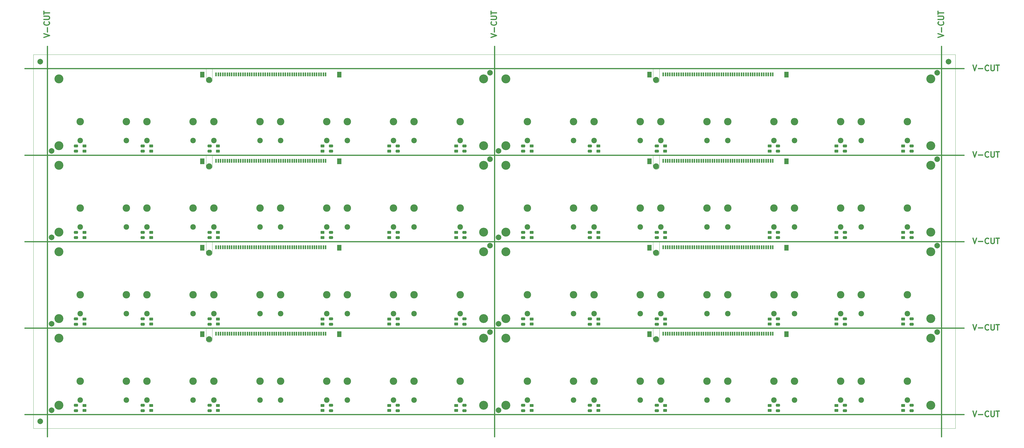
<source format=gbr>
%TF.GenerationSoftware,KiCad,Pcbnew,(7.0.0)*%
%TF.CreationDate,2023-07-14T11:16:40+02:00*%
%TF.ProjectId,Panelization,50616e65-6c69-47a6-9174-696f6e2e6b69,V1*%
%TF.SameCoordinates,Original*%
%TF.FileFunction,Soldermask,Bot*%
%TF.FilePolarity,Negative*%
%FSLAX46Y46*%
G04 Gerber Fmt 4.6, Leading zero omitted, Abs format (unit mm)*
G04 Created by KiCad (PCBNEW (7.0.0)) date 2023-07-14 11:16:40*
%MOMM*%
%LPD*%
G01*
G04 APERTURE LIST*
G04 Aperture macros list*
%AMRoundRect*
0 Rectangle with rounded corners*
0 $1 Rounding radius*
0 $2 $3 $4 $5 $6 $7 $8 $9 X,Y pos of 4 corners*
0 Add a 4 corners polygon primitive as box body*
4,1,4,$2,$3,$4,$5,$6,$7,$8,$9,$2,$3,0*
0 Add four circle primitives for the rounded corners*
1,1,$1+$1,$2,$3*
1,1,$1+$1,$4,$5*
1,1,$1+$1,$6,$7*
1,1,$1+$1,$8,$9*
0 Add four rect primitives between the rounded corners*
20,1,$1+$1,$2,$3,$4,$5,0*
20,1,$1+$1,$4,$5,$6,$7,0*
20,1,$1+$1,$6,$7,$8,$9,0*
20,1,$1+$1,$8,$9,$2,$3,0*%
G04 Aperture macros list end*
%ADD10RoundRect,0.250000X-0.475000X0.250000X-0.475000X-0.250000X0.475000X-0.250000X0.475000X0.250000X0*%
%ADD11C,2.000000*%
%ADD12RoundRect,0.250000X-0.450000X0.262500X-0.450000X-0.262500X0.450000X-0.262500X0.450000X0.262500X0*%
%ADD13C,3.200000*%
%ADD14C,0.001000*%
%ADD15C,2.660000*%
%ADD16C,1.982000*%
%ADD17C,2.100000*%
%ADD18R,0.500000X1.480000*%
%ADD19R,1.500000X2.000000*%
%ADD20C,0.400000*%
%TA.AperFunction,Profile*%
%ADD21C,0.100000*%
%TD*%
%TA.AperFunction,Profile*%
%ADD22C,0.400000*%
%TD*%
G04 APERTURE END LIST*
D10*
%TO.C,C10*%
X311484000Y-208720000D03*
X311484000Y-210620000D03*
%TD*%
%TO.C,C10*%
X151484000Y-208720000D03*
X151484000Y-210620000D03*
%TD*%
%TO.C,C10*%
X311484000Y-177720000D03*
X311484000Y-179620000D03*
%TD*%
%TO.C,C10*%
X311484000Y-146720000D03*
X311484000Y-148620000D03*
%TD*%
%TO.C,C10*%
X151484000Y-177720000D03*
X151484000Y-179620000D03*
%TD*%
%TO.C,C10*%
X151484000Y-146720000D03*
X151484000Y-148620000D03*
%TD*%
%TO.C,C10*%
X151484000Y-115720000D03*
X151484000Y-117620000D03*
%TD*%
%TO.C,C10*%
X311484000Y-115720000D03*
X311484000Y-117620000D03*
%TD*%
%TO.C,C11*%
X175382000Y-208720000D03*
X175382000Y-210620000D03*
%TD*%
%TO.C,C11*%
X335382000Y-146720000D03*
X335382000Y-148620000D03*
%TD*%
%TO.C,C11*%
X335382000Y-177720000D03*
X335382000Y-179620000D03*
%TD*%
%TO.C,C11*%
X175382000Y-146720000D03*
X175382000Y-148620000D03*
%TD*%
%TO.C,C11*%
X175382000Y-115720000D03*
X175382000Y-117620000D03*
%TD*%
%TO.C,C11*%
X335382000Y-208720000D03*
X335382000Y-210620000D03*
%TD*%
%TO.C,C11*%
X175382000Y-177720000D03*
X175382000Y-179620000D03*
%TD*%
%TO.C,C11*%
X335382000Y-115720000D03*
X335382000Y-117620000D03*
%TD*%
D11*
%TO.C,REF\u002A\u002A*%
X47500000Y-85500000D03*
%TD*%
D12*
%TO.C,R5*%
X332382000Y-208757500D03*
X332382000Y-210582500D03*
%TD*%
%TO.C,R5*%
X332382000Y-146757500D03*
X332382000Y-148582500D03*
%TD*%
%TO.C,R5*%
X172382000Y-208757500D03*
X172382000Y-210582500D03*
%TD*%
%TO.C,R5*%
X172382000Y-177757500D03*
X172382000Y-179582500D03*
%TD*%
%TO.C,R5*%
X332382000Y-177757500D03*
X332382000Y-179582500D03*
%TD*%
%TO.C,R5*%
X332382000Y-115757500D03*
X332382000Y-117582500D03*
%TD*%
%TO.C,R5*%
X172382000Y-115757500D03*
X172382000Y-117582500D03*
%TD*%
%TO.C,R5*%
X172382000Y-146757500D03*
X172382000Y-148582500D03*
%TD*%
D10*
%TO.C,C9*%
X268086000Y-146720000D03*
X268086000Y-148620000D03*
%TD*%
%TO.C,C9*%
X268086000Y-177720000D03*
X268086000Y-179620000D03*
%TD*%
%TO.C,C9*%
X268086000Y-208720000D03*
X268086000Y-210620000D03*
%TD*%
%TO.C,C9*%
X108086000Y-177720000D03*
X108086000Y-179620000D03*
%TD*%
%TO.C,C9*%
X268086000Y-115720000D03*
X268086000Y-117620000D03*
%TD*%
%TO.C,C9*%
X108086000Y-208720000D03*
X108086000Y-210620000D03*
%TD*%
%TO.C,C9*%
X108086000Y-146720000D03*
X108086000Y-148620000D03*
%TD*%
%TO.C,C9*%
X108086000Y-115720000D03*
X108086000Y-117620000D03*
%TD*%
%TO.C,C7*%
X220290000Y-146720000D03*
X220290000Y-148620000D03*
%TD*%
%TO.C,C7*%
X220290000Y-208720000D03*
X220290000Y-210620000D03*
%TD*%
%TO.C,C7*%
X220290000Y-177720000D03*
X220290000Y-179620000D03*
%TD*%
%TO.C,C7*%
X60290000Y-177720000D03*
X60290000Y-179620000D03*
%TD*%
%TO.C,C7*%
X60290000Y-115720000D03*
X60290000Y-117620000D03*
%TD*%
%TO.C,C7*%
X60290000Y-208720000D03*
X60290000Y-210620000D03*
%TD*%
%TO.C,C7*%
X220290000Y-115720000D03*
X220290000Y-117620000D03*
%TD*%
%TO.C,C7*%
X60290000Y-146720000D03*
X60290000Y-148620000D03*
%TD*%
%TO.C,C8*%
X244127000Y-208720000D03*
X244127000Y-210620000D03*
%TD*%
%TO.C,C8*%
X84127000Y-177720000D03*
X84127000Y-179620000D03*
%TD*%
%TO.C,C8*%
X84127000Y-208720000D03*
X84127000Y-210620000D03*
%TD*%
%TO.C,C8*%
X84127000Y-146720000D03*
X84127000Y-148620000D03*
%TD*%
%TO.C,C8*%
X244127000Y-177720000D03*
X244127000Y-179620000D03*
%TD*%
%TO.C,C8*%
X244127000Y-115720000D03*
X244127000Y-117620000D03*
%TD*%
%TO.C,C8*%
X244127000Y-146720000D03*
X244127000Y-148620000D03*
%TD*%
%TO.C,C8*%
X84127000Y-115720000D03*
X84127000Y-117620000D03*
%TD*%
D12*
%TO.C,R1*%
X63290000Y-208757500D03*
X63290000Y-210582500D03*
%TD*%
%TO.C,R1*%
X63290000Y-115757500D03*
X63290000Y-117582500D03*
%TD*%
%TO.C,R1*%
X223290000Y-208757500D03*
X223290000Y-210582500D03*
%TD*%
%TO.C,R1*%
X223290000Y-177757500D03*
X223290000Y-179582500D03*
%TD*%
%TO.C,R1*%
X63290000Y-177757500D03*
X63290000Y-179582500D03*
%TD*%
%TO.C,R1*%
X223290000Y-115757500D03*
X223290000Y-117582500D03*
%TD*%
%TO.C,R1*%
X63290000Y-146757500D03*
X63290000Y-148582500D03*
%TD*%
%TO.C,R1*%
X223290000Y-146757500D03*
X223290000Y-148582500D03*
%TD*%
%TO.C,R2*%
X247186000Y-208757500D03*
X247186000Y-210582500D03*
%TD*%
%TO.C,R2*%
X247186000Y-115757500D03*
X247186000Y-117582500D03*
%TD*%
%TO.C,R2*%
X87186000Y-146757500D03*
X87186000Y-148582500D03*
%TD*%
%TO.C,R2*%
X87186000Y-208757500D03*
X87186000Y-210582500D03*
%TD*%
%TO.C,R2*%
X247186000Y-177757500D03*
X247186000Y-179582500D03*
%TD*%
%TO.C,R2*%
X87186000Y-177757500D03*
X87186000Y-179582500D03*
%TD*%
%TO.C,R2*%
X87186000Y-115757500D03*
X87186000Y-117582500D03*
%TD*%
%TO.C,R2*%
X247186000Y-146757500D03*
X247186000Y-148582500D03*
%TD*%
D11*
%TO.C,REF_Bottom*%
X211489000Y-210481000D03*
%TD*%
%TO.C,REF_Bottom*%
X211489000Y-117481000D03*
%TD*%
%TO.C,REF_Bottom*%
X51489000Y-210481000D03*
%TD*%
%TO.C,REF_Bottom*%
X211489000Y-179481000D03*
%TD*%
%TO.C,REF_Bottom*%
X211489000Y-148481000D03*
%TD*%
%TO.C,REF_Bottom*%
X51489000Y-179481000D03*
%TD*%
%TO.C,REF_Bottom*%
X51489000Y-117481000D03*
%TD*%
%TO.C,REF_Bottom*%
X51489000Y-148481000D03*
%TD*%
%TO.C,REF\u002A\u002A*%
X372500000Y-85500000D03*
%TD*%
D12*
%TO.C,R4*%
X308484000Y-146757500D03*
X308484000Y-148582500D03*
%TD*%
%TO.C,R4*%
X148484000Y-115757500D03*
X148484000Y-117582500D03*
%TD*%
%TO.C,R4*%
X148484000Y-177757500D03*
X148484000Y-179582500D03*
%TD*%
%TO.C,R4*%
X308484000Y-208757500D03*
X308484000Y-210582500D03*
%TD*%
%TO.C,R4*%
X148484000Y-208757500D03*
X148484000Y-210582500D03*
%TD*%
%TO.C,R4*%
X308484000Y-115757500D03*
X308484000Y-117582500D03*
%TD*%
%TO.C,R4*%
X148484000Y-146757500D03*
X148484000Y-148582500D03*
%TD*%
%TO.C,R4*%
X308484000Y-177757500D03*
X308484000Y-179582500D03*
%TD*%
%TO.C,R6*%
X356280000Y-208757500D03*
X356280000Y-210582500D03*
%TD*%
%TO.C,R6*%
X196280000Y-177757500D03*
X196280000Y-179582500D03*
%TD*%
%TO.C,R6*%
X196280000Y-115757500D03*
X196280000Y-117582500D03*
%TD*%
%TO.C,R6*%
X356280000Y-177757500D03*
X356280000Y-179582500D03*
%TD*%
%TO.C,R6*%
X356280000Y-115757500D03*
X356280000Y-117582500D03*
%TD*%
%TO.C,R6*%
X196280000Y-208757500D03*
X196280000Y-210582500D03*
%TD*%
%TO.C,R6*%
X196280000Y-146757500D03*
X196280000Y-148582500D03*
%TD*%
%TO.C,R6*%
X356280000Y-146757500D03*
X356280000Y-148582500D03*
%TD*%
%TO.C,R3*%
X111086000Y-177757500D03*
X111086000Y-179582500D03*
%TD*%
%TO.C,R3*%
X271086000Y-146757500D03*
X271086000Y-148582500D03*
%TD*%
%TO.C,R3*%
X271086000Y-177757500D03*
X271086000Y-179582500D03*
%TD*%
%TO.C,R3*%
X271086000Y-208757500D03*
X271086000Y-210582500D03*
%TD*%
%TO.C,R3*%
X111086000Y-208757500D03*
X111086000Y-210582500D03*
%TD*%
%TO.C,R3*%
X271086000Y-115757500D03*
X271086000Y-117582500D03*
%TD*%
%TO.C,R3*%
X111086000Y-115757500D03*
X111086000Y-117582500D03*
%TD*%
%TO.C,R3*%
X111086000Y-146757500D03*
X111086000Y-148582500D03*
%TD*%
D11*
%TO.C,REF\u002A\u002A*%
X47500000Y-214500000D03*
%TD*%
D10*
%TO.C,C12*%
X199280000Y-146720000D03*
X199280000Y-148620000D03*
%TD*%
%TO.C,C12*%
X359280000Y-115720000D03*
X359280000Y-117620000D03*
%TD*%
%TO.C,C12*%
X359280000Y-208720000D03*
X359280000Y-210620000D03*
%TD*%
%TO.C,C12*%
X359280000Y-146720000D03*
X359280000Y-148620000D03*
%TD*%
%TO.C,C12*%
X199280000Y-208720000D03*
X199280000Y-210620000D03*
%TD*%
%TO.C,C12*%
X199280000Y-177720000D03*
X199280000Y-179620000D03*
%TD*%
%TO.C,C12*%
X359280000Y-177720000D03*
X359280000Y-179620000D03*
%TD*%
%TO.C,C12*%
X199280000Y-115720000D03*
X199280000Y-117620000D03*
%TD*%
D11*
%TO.C,REF_Bottom*%
X208436000Y-151467000D03*
%TD*%
%TO.C,REF_Bottom*%
X368436000Y-182467000D03*
%TD*%
%TO.C,REF_Bottom*%
X368436000Y-89467000D03*
%TD*%
%TO.C,REF_Bottom*%
X368436000Y-151467000D03*
%TD*%
%TO.C,REF_Bottom*%
X208436000Y-120467000D03*
%TD*%
%TO.C,REF_Bottom*%
X368436000Y-120467000D03*
%TD*%
%TO.C,REF_Bottom*%
X208436000Y-182467000D03*
%TD*%
%TO.C,REF_Bottom*%
X208436000Y-89467000D03*
%TD*%
D13*
%TO.C,*%
X206120000Y-184670000D03*
%TD*%
%TO.C,*%
X366120000Y-122670000D03*
%TD*%
%TO.C,*%
X366120000Y-153670000D03*
%TD*%
%TO.C,*%
X206120000Y-91670000D03*
%TD*%
%TO.C,*%
X366120000Y-91670000D03*
%TD*%
%TO.C,*%
X206120000Y-122670000D03*
%TD*%
%TO.C,*%
X206120000Y-153670000D03*
%TD*%
%TO.C,*%
X366120000Y-184670000D03*
%TD*%
D14*
%TO.C,J1*%
X230040000Y-145600000D03*
D15*
X221790000Y-138040000D03*
D16*
X221790000Y-144820000D03*
X238290000Y-144820000D03*
D15*
X238290000Y-138040000D03*
%TD*%
D14*
%TO.C,J1*%
X230040000Y-176600000D03*
D15*
X221790000Y-169040000D03*
D16*
X221790000Y-175820000D03*
X238290000Y-175820000D03*
D15*
X238290000Y-169040000D03*
%TD*%
D14*
%TO.C,J1*%
X70040000Y-176600000D03*
D15*
X61790000Y-169040000D03*
D16*
X61790000Y-175820000D03*
X78290000Y-175820000D03*
D15*
X78290000Y-169040000D03*
%TD*%
D14*
%TO.C,J1*%
X70040000Y-207600000D03*
D15*
X61790000Y-200040000D03*
D16*
X61790000Y-206820000D03*
X78290000Y-206820000D03*
D15*
X78290000Y-200040000D03*
%TD*%
D14*
%TO.C,J1*%
X230040000Y-114600000D03*
D15*
X221790000Y-107040000D03*
D16*
X221790000Y-113820000D03*
X238290000Y-113820000D03*
D15*
X238290000Y-107040000D03*
%TD*%
D14*
%TO.C,J1*%
X230040000Y-207600000D03*
D15*
X221790000Y-200040000D03*
D16*
X221790000Y-206820000D03*
X238290000Y-206820000D03*
D15*
X238290000Y-200040000D03*
%TD*%
D14*
%TO.C,J1*%
X70040000Y-114600000D03*
D15*
X61790000Y-107040000D03*
D16*
X61790000Y-113820000D03*
X78290000Y-113820000D03*
D15*
X78290000Y-107040000D03*
%TD*%
D14*
%TO.C,J1*%
X70040000Y-145600000D03*
D15*
X61790000Y-138040000D03*
D16*
X61790000Y-144820000D03*
X78290000Y-144820000D03*
D15*
X78290000Y-138040000D03*
%TD*%
D13*
%TO.C,*%
X366120000Y-208670000D03*
%TD*%
%TO.C,*%
X206120000Y-208670000D03*
%TD*%
%TO.C,*%
X206120000Y-177670000D03*
%TD*%
%TO.C,*%
X366120000Y-115670000D03*
%TD*%
%TO.C,*%
X366120000Y-146670000D03*
%TD*%
%TO.C,*%
X366120000Y-177670000D03*
%TD*%
%TO.C,*%
X206120000Y-146670000D03*
%TD*%
%TO.C,*%
X206120000Y-115670000D03*
%TD*%
D14*
%TO.C,J3*%
X117836000Y-207600000D03*
D15*
X109586000Y-200040000D03*
D16*
X109586000Y-206820000D03*
X126086000Y-206820000D03*
D15*
X126086000Y-200040000D03*
%TD*%
D14*
%TO.C,J3*%
X277836000Y-207600000D03*
D15*
X269586000Y-200040000D03*
D16*
X269586000Y-206820000D03*
X286086000Y-206820000D03*
D15*
X286086000Y-200040000D03*
%TD*%
D14*
%TO.C,J3*%
X117836000Y-176600000D03*
D15*
X109586000Y-169040000D03*
D16*
X109586000Y-175820000D03*
X126086000Y-175820000D03*
D15*
X126086000Y-169040000D03*
%TD*%
D14*
%TO.C,J3*%
X277836000Y-176600000D03*
D15*
X269586000Y-169040000D03*
D16*
X269586000Y-175820000D03*
X286086000Y-175820000D03*
D15*
X286086000Y-169040000D03*
%TD*%
D14*
%TO.C,J3*%
X117836000Y-145600000D03*
D15*
X109586000Y-138040000D03*
D16*
X109586000Y-144820000D03*
X126086000Y-144820000D03*
D15*
X126086000Y-138040000D03*
%TD*%
D14*
%TO.C,J3*%
X117836000Y-114600000D03*
D15*
X109586000Y-107040000D03*
D16*
X109586000Y-113820000D03*
X126086000Y-113820000D03*
D15*
X126086000Y-107040000D03*
%TD*%
D14*
%TO.C,J3*%
X277836000Y-145600000D03*
D15*
X269586000Y-138040000D03*
D16*
X269586000Y-144820000D03*
X286086000Y-144820000D03*
D15*
X286086000Y-138040000D03*
%TD*%
D14*
%TO.C,J3*%
X277836000Y-114600000D03*
D15*
X269586000Y-107040000D03*
D16*
X269586000Y-113820000D03*
X286086000Y-113820000D03*
D15*
X286086000Y-107040000D03*
%TD*%
D14*
%TO.C,J5*%
X165632000Y-176600000D03*
D15*
X157382000Y-169040000D03*
D16*
X157382000Y-175820000D03*
X173882000Y-175820000D03*
D15*
X173882000Y-169040000D03*
%TD*%
D14*
%TO.C,J5*%
X325632000Y-145600000D03*
D15*
X317382000Y-138040000D03*
D16*
X317382000Y-144820000D03*
X333882000Y-144820000D03*
D15*
X333882000Y-138040000D03*
%TD*%
D14*
%TO.C,J5*%
X165632000Y-145600000D03*
D15*
X157382000Y-138040000D03*
D16*
X157382000Y-144820000D03*
X173882000Y-144820000D03*
D15*
X173882000Y-138040000D03*
%TD*%
D14*
%TO.C,J5*%
X165632000Y-114600000D03*
D15*
X157382000Y-107040000D03*
D16*
X157382000Y-113820000D03*
X173882000Y-113820000D03*
D15*
X173882000Y-107040000D03*
%TD*%
D14*
%TO.C,J5*%
X325632000Y-176600000D03*
D15*
X317382000Y-169040000D03*
D16*
X317382000Y-175820000D03*
X333882000Y-175820000D03*
D15*
X333882000Y-169040000D03*
%TD*%
D14*
%TO.C,J5*%
X325632000Y-207600000D03*
D15*
X317382000Y-200040000D03*
D16*
X317382000Y-206820000D03*
X333882000Y-206820000D03*
D15*
X333882000Y-200040000D03*
%TD*%
D14*
%TO.C,J5*%
X165632000Y-207600000D03*
D15*
X157382000Y-200040000D03*
D16*
X157382000Y-206820000D03*
X173882000Y-206820000D03*
D15*
X173882000Y-200040000D03*
%TD*%
D14*
%TO.C,J5*%
X325632000Y-114600000D03*
D15*
X317382000Y-107040000D03*
D16*
X317382000Y-113820000D03*
X333882000Y-113820000D03*
D15*
X333882000Y-107040000D03*
%TD*%
D13*
%TO.C,*%
X54120000Y-153670000D03*
%TD*%
%TO.C,*%
X54120000Y-91670000D03*
%TD*%
%TO.C,*%
X214120000Y-184670000D03*
%TD*%
%TO.C,*%
X54120000Y-184670000D03*
%TD*%
%TO.C,*%
X54120000Y-122670000D03*
%TD*%
%TO.C,*%
X214120000Y-122670000D03*
%TD*%
%TO.C,*%
X214120000Y-91670000D03*
%TD*%
%TO.C,*%
X214120000Y-153670000D03*
%TD*%
D14*
%TO.C,J6*%
X349530000Y-114600000D03*
D15*
X341280000Y-107040000D03*
D16*
X341280000Y-113820000D03*
X357780000Y-113820000D03*
D15*
X357780000Y-107040000D03*
%TD*%
D14*
%TO.C,J6*%
X349530000Y-145600000D03*
D15*
X341280000Y-138040000D03*
D16*
X341280000Y-144820000D03*
X357780000Y-144820000D03*
D15*
X357780000Y-138040000D03*
%TD*%
D14*
%TO.C,J6*%
X349530000Y-176600000D03*
D15*
X341280000Y-169040000D03*
D16*
X341280000Y-175820000D03*
X357780000Y-175820000D03*
D15*
X357780000Y-169040000D03*
%TD*%
D14*
%TO.C,J6*%
X189530000Y-176600000D03*
D15*
X181280000Y-169040000D03*
D16*
X181280000Y-175820000D03*
X197780000Y-175820000D03*
D15*
X197780000Y-169040000D03*
%TD*%
D14*
%TO.C,J6*%
X349530000Y-207600000D03*
D15*
X341280000Y-200040000D03*
D16*
X341280000Y-206820000D03*
X357780000Y-206820000D03*
D15*
X357780000Y-200040000D03*
%TD*%
D14*
%TO.C,J6*%
X189530000Y-207600000D03*
D15*
X181280000Y-200040000D03*
D16*
X181280000Y-206820000D03*
X197780000Y-206820000D03*
D15*
X197780000Y-200040000D03*
%TD*%
D14*
%TO.C,J6*%
X189530000Y-114600000D03*
D15*
X181280000Y-107040000D03*
D16*
X181280000Y-113820000D03*
X197780000Y-113820000D03*
D15*
X197780000Y-107040000D03*
%TD*%
D14*
%TO.C,J6*%
X189530000Y-145600000D03*
D15*
X181280000Y-138040000D03*
D16*
X181280000Y-144820000D03*
X197780000Y-144820000D03*
D15*
X197780000Y-138040000D03*
%TD*%
D17*
%TO.C,J7*%
X267890000Y-154000000D03*
D18*
X270399999Y-152059999D03*
X271199999Y-152059999D03*
X271999999Y-152059999D03*
X272799999Y-152059999D03*
X273599999Y-152059999D03*
X274399999Y-152059999D03*
X275199999Y-152059999D03*
X275999999Y-152059999D03*
X276799999Y-152059999D03*
X277599999Y-152059999D03*
X278399999Y-152059999D03*
X279199999Y-152059999D03*
X279999999Y-152059999D03*
X280799999Y-152059999D03*
X281599999Y-152059999D03*
X282399999Y-152059999D03*
X283199999Y-152059999D03*
X283999999Y-152059999D03*
X284799999Y-152059999D03*
X285599999Y-152059999D03*
X286399999Y-152059999D03*
X287199999Y-152059999D03*
X287999999Y-152059999D03*
X288799999Y-152059999D03*
X289599999Y-152059999D03*
X290399999Y-152059999D03*
X291199999Y-152059999D03*
X291999999Y-152059999D03*
X292799999Y-152059999D03*
X293599999Y-152059999D03*
X294399999Y-152059999D03*
X295199999Y-152059999D03*
X295999999Y-152059999D03*
X296799999Y-152059999D03*
X297599999Y-152059999D03*
X298399999Y-152059999D03*
X299199999Y-152059999D03*
X299999999Y-152059999D03*
X300799999Y-152059999D03*
X301599999Y-152059999D03*
X302399999Y-152059999D03*
X303199999Y-152059999D03*
X303999999Y-152059999D03*
X304799999Y-152059999D03*
X305599999Y-152059999D03*
X306399999Y-152059999D03*
X307199999Y-152059999D03*
X307999999Y-152059999D03*
X308799999Y-152059999D03*
X309599999Y-152059999D03*
D19*
X265499999Y-152199999D03*
X314499999Y-152199999D03*
%TD*%
D17*
%TO.C,J7*%
X267890000Y-92000000D03*
D18*
X270399999Y-90059999D03*
X271199999Y-90059999D03*
X271999999Y-90059999D03*
X272799999Y-90059999D03*
X273599999Y-90059999D03*
X274399999Y-90059999D03*
X275199999Y-90059999D03*
X275999999Y-90059999D03*
X276799999Y-90059999D03*
X277599999Y-90059999D03*
X278399999Y-90059999D03*
X279199999Y-90059999D03*
X279999999Y-90059999D03*
X280799999Y-90059999D03*
X281599999Y-90059999D03*
X282399999Y-90059999D03*
X283199999Y-90059999D03*
X283999999Y-90059999D03*
X284799999Y-90059999D03*
X285599999Y-90059999D03*
X286399999Y-90059999D03*
X287199999Y-90059999D03*
X287999999Y-90059999D03*
X288799999Y-90059999D03*
X289599999Y-90059999D03*
X290399999Y-90059999D03*
X291199999Y-90059999D03*
X291999999Y-90059999D03*
X292799999Y-90059999D03*
X293599999Y-90059999D03*
X294399999Y-90059999D03*
X295199999Y-90059999D03*
X295999999Y-90059999D03*
X296799999Y-90059999D03*
X297599999Y-90059999D03*
X298399999Y-90059999D03*
X299199999Y-90059999D03*
X299999999Y-90059999D03*
X300799999Y-90059999D03*
X301599999Y-90059999D03*
X302399999Y-90059999D03*
X303199999Y-90059999D03*
X303999999Y-90059999D03*
X304799999Y-90059999D03*
X305599999Y-90059999D03*
X306399999Y-90059999D03*
X307199999Y-90059999D03*
X307999999Y-90059999D03*
X308799999Y-90059999D03*
X309599999Y-90059999D03*
D19*
X265499999Y-90199999D03*
X314499999Y-90199999D03*
%TD*%
D17*
%TO.C,J7*%
X107890000Y-123000000D03*
D18*
X110399999Y-121059999D03*
X111199999Y-121059999D03*
X111999999Y-121059999D03*
X112799999Y-121059999D03*
X113599999Y-121059999D03*
X114399999Y-121059999D03*
X115199999Y-121059999D03*
X115999999Y-121059999D03*
X116799999Y-121059999D03*
X117599999Y-121059999D03*
X118399999Y-121059999D03*
X119199999Y-121059999D03*
X119999999Y-121059999D03*
X120799999Y-121059999D03*
X121599999Y-121059999D03*
X122399999Y-121059999D03*
X123199999Y-121059999D03*
X123999999Y-121059999D03*
X124799999Y-121059999D03*
X125599999Y-121059999D03*
X126399999Y-121059999D03*
X127199999Y-121059999D03*
X127999999Y-121059999D03*
X128799999Y-121059999D03*
X129599999Y-121059999D03*
X130399999Y-121059999D03*
X131199999Y-121059999D03*
X131999999Y-121059999D03*
X132799999Y-121059999D03*
X133599999Y-121059999D03*
X134399999Y-121059999D03*
X135199999Y-121059999D03*
X135999999Y-121059999D03*
X136799999Y-121059999D03*
X137599999Y-121059999D03*
X138399999Y-121059999D03*
X139199999Y-121059999D03*
X139999999Y-121059999D03*
X140799999Y-121059999D03*
X141599999Y-121059999D03*
X142399999Y-121059999D03*
X143199999Y-121059999D03*
X143999999Y-121059999D03*
X144799999Y-121059999D03*
X145599999Y-121059999D03*
X146399999Y-121059999D03*
X147199999Y-121059999D03*
X147999999Y-121059999D03*
X148799999Y-121059999D03*
X149599999Y-121059999D03*
D19*
X105499999Y-121199999D03*
X154499999Y-121199999D03*
%TD*%
D17*
%TO.C,J7*%
X107890000Y-92000000D03*
D18*
X110399999Y-90059999D03*
X111199999Y-90059999D03*
X111999999Y-90059999D03*
X112799999Y-90059999D03*
X113599999Y-90059999D03*
X114399999Y-90059999D03*
X115199999Y-90059999D03*
X115999999Y-90059999D03*
X116799999Y-90059999D03*
X117599999Y-90059999D03*
X118399999Y-90059999D03*
X119199999Y-90059999D03*
X119999999Y-90059999D03*
X120799999Y-90059999D03*
X121599999Y-90059999D03*
X122399999Y-90059999D03*
X123199999Y-90059999D03*
X123999999Y-90059999D03*
X124799999Y-90059999D03*
X125599999Y-90059999D03*
X126399999Y-90059999D03*
X127199999Y-90059999D03*
X127999999Y-90059999D03*
X128799999Y-90059999D03*
X129599999Y-90059999D03*
X130399999Y-90059999D03*
X131199999Y-90059999D03*
X131999999Y-90059999D03*
X132799999Y-90059999D03*
X133599999Y-90059999D03*
X134399999Y-90059999D03*
X135199999Y-90059999D03*
X135999999Y-90059999D03*
X136799999Y-90059999D03*
X137599999Y-90059999D03*
X138399999Y-90059999D03*
X139199999Y-90059999D03*
X139999999Y-90059999D03*
X140799999Y-90059999D03*
X141599999Y-90059999D03*
X142399999Y-90059999D03*
X143199999Y-90059999D03*
X143999999Y-90059999D03*
X144799999Y-90059999D03*
X145599999Y-90059999D03*
X146399999Y-90059999D03*
X147199999Y-90059999D03*
X147999999Y-90059999D03*
X148799999Y-90059999D03*
X149599999Y-90059999D03*
D19*
X105499999Y-90199999D03*
X154499999Y-90199999D03*
%TD*%
D17*
%TO.C,J7*%
X267890000Y-123000000D03*
D18*
X270399999Y-121059999D03*
X271199999Y-121059999D03*
X271999999Y-121059999D03*
X272799999Y-121059999D03*
X273599999Y-121059999D03*
X274399999Y-121059999D03*
X275199999Y-121059999D03*
X275999999Y-121059999D03*
X276799999Y-121059999D03*
X277599999Y-121059999D03*
X278399999Y-121059999D03*
X279199999Y-121059999D03*
X279999999Y-121059999D03*
X280799999Y-121059999D03*
X281599999Y-121059999D03*
X282399999Y-121059999D03*
X283199999Y-121059999D03*
X283999999Y-121059999D03*
X284799999Y-121059999D03*
X285599999Y-121059999D03*
X286399999Y-121059999D03*
X287199999Y-121059999D03*
X287999999Y-121059999D03*
X288799999Y-121059999D03*
X289599999Y-121059999D03*
X290399999Y-121059999D03*
X291199999Y-121059999D03*
X291999999Y-121059999D03*
X292799999Y-121059999D03*
X293599999Y-121059999D03*
X294399999Y-121059999D03*
X295199999Y-121059999D03*
X295999999Y-121059999D03*
X296799999Y-121059999D03*
X297599999Y-121059999D03*
X298399999Y-121059999D03*
X299199999Y-121059999D03*
X299999999Y-121059999D03*
X300799999Y-121059999D03*
X301599999Y-121059999D03*
X302399999Y-121059999D03*
X303199999Y-121059999D03*
X303999999Y-121059999D03*
X304799999Y-121059999D03*
X305599999Y-121059999D03*
X306399999Y-121059999D03*
X307199999Y-121059999D03*
X307999999Y-121059999D03*
X308799999Y-121059999D03*
X309599999Y-121059999D03*
D19*
X265499999Y-121199999D03*
X314499999Y-121199999D03*
%TD*%
D17*
%TO.C,J7*%
X107890000Y-185000000D03*
D18*
X110399999Y-183059999D03*
X111199999Y-183059999D03*
X111999999Y-183059999D03*
X112799999Y-183059999D03*
X113599999Y-183059999D03*
X114399999Y-183059999D03*
X115199999Y-183059999D03*
X115999999Y-183059999D03*
X116799999Y-183059999D03*
X117599999Y-183059999D03*
X118399999Y-183059999D03*
X119199999Y-183059999D03*
X119999999Y-183059999D03*
X120799999Y-183059999D03*
X121599999Y-183059999D03*
X122399999Y-183059999D03*
X123199999Y-183059999D03*
X123999999Y-183059999D03*
X124799999Y-183059999D03*
X125599999Y-183059999D03*
X126399999Y-183059999D03*
X127199999Y-183059999D03*
X127999999Y-183059999D03*
X128799999Y-183059999D03*
X129599999Y-183059999D03*
X130399999Y-183059999D03*
X131199999Y-183059999D03*
X131999999Y-183059999D03*
X132799999Y-183059999D03*
X133599999Y-183059999D03*
X134399999Y-183059999D03*
X135199999Y-183059999D03*
X135999999Y-183059999D03*
X136799999Y-183059999D03*
X137599999Y-183059999D03*
X138399999Y-183059999D03*
X139199999Y-183059999D03*
X139999999Y-183059999D03*
X140799999Y-183059999D03*
X141599999Y-183059999D03*
X142399999Y-183059999D03*
X143199999Y-183059999D03*
X143999999Y-183059999D03*
X144799999Y-183059999D03*
X145599999Y-183059999D03*
X146399999Y-183059999D03*
X147199999Y-183059999D03*
X147999999Y-183059999D03*
X148799999Y-183059999D03*
X149599999Y-183059999D03*
D19*
X105499999Y-183199999D03*
X154499999Y-183199999D03*
%TD*%
D17*
%TO.C,J7*%
X107890000Y-154000000D03*
D18*
X110399999Y-152059999D03*
X111199999Y-152059999D03*
X111999999Y-152059999D03*
X112799999Y-152059999D03*
X113599999Y-152059999D03*
X114399999Y-152059999D03*
X115199999Y-152059999D03*
X115999999Y-152059999D03*
X116799999Y-152059999D03*
X117599999Y-152059999D03*
X118399999Y-152059999D03*
X119199999Y-152059999D03*
X119999999Y-152059999D03*
X120799999Y-152059999D03*
X121599999Y-152059999D03*
X122399999Y-152059999D03*
X123199999Y-152059999D03*
X123999999Y-152059999D03*
X124799999Y-152059999D03*
X125599999Y-152059999D03*
X126399999Y-152059999D03*
X127199999Y-152059999D03*
X127999999Y-152059999D03*
X128799999Y-152059999D03*
X129599999Y-152059999D03*
X130399999Y-152059999D03*
X131199999Y-152059999D03*
X131999999Y-152059999D03*
X132799999Y-152059999D03*
X133599999Y-152059999D03*
X134399999Y-152059999D03*
X135199999Y-152059999D03*
X135999999Y-152059999D03*
X136799999Y-152059999D03*
X137599999Y-152059999D03*
X138399999Y-152059999D03*
X139199999Y-152059999D03*
X139999999Y-152059999D03*
X140799999Y-152059999D03*
X141599999Y-152059999D03*
X142399999Y-152059999D03*
X143199999Y-152059999D03*
X143999999Y-152059999D03*
X144799999Y-152059999D03*
X145599999Y-152059999D03*
X146399999Y-152059999D03*
X147199999Y-152059999D03*
X147999999Y-152059999D03*
X148799999Y-152059999D03*
X149599999Y-152059999D03*
D19*
X105499999Y-152199999D03*
X154499999Y-152199999D03*
%TD*%
D17*
%TO.C,J7*%
X267890000Y-185000000D03*
D18*
X270399999Y-183059999D03*
X271199999Y-183059999D03*
X271999999Y-183059999D03*
X272799999Y-183059999D03*
X273599999Y-183059999D03*
X274399999Y-183059999D03*
X275199999Y-183059999D03*
X275999999Y-183059999D03*
X276799999Y-183059999D03*
X277599999Y-183059999D03*
X278399999Y-183059999D03*
X279199999Y-183059999D03*
X279999999Y-183059999D03*
X280799999Y-183059999D03*
X281599999Y-183059999D03*
X282399999Y-183059999D03*
X283199999Y-183059999D03*
X283999999Y-183059999D03*
X284799999Y-183059999D03*
X285599999Y-183059999D03*
X286399999Y-183059999D03*
X287199999Y-183059999D03*
X287999999Y-183059999D03*
X288799999Y-183059999D03*
X289599999Y-183059999D03*
X290399999Y-183059999D03*
X291199999Y-183059999D03*
X291999999Y-183059999D03*
X292799999Y-183059999D03*
X293599999Y-183059999D03*
X294399999Y-183059999D03*
X295199999Y-183059999D03*
X295999999Y-183059999D03*
X296799999Y-183059999D03*
X297599999Y-183059999D03*
X298399999Y-183059999D03*
X299199999Y-183059999D03*
X299999999Y-183059999D03*
X300799999Y-183059999D03*
X301599999Y-183059999D03*
X302399999Y-183059999D03*
X303199999Y-183059999D03*
X303999999Y-183059999D03*
X304799999Y-183059999D03*
X305599999Y-183059999D03*
X306399999Y-183059999D03*
X307199999Y-183059999D03*
X307999999Y-183059999D03*
X308799999Y-183059999D03*
X309599999Y-183059999D03*
D19*
X265499999Y-183199999D03*
X314499999Y-183199999D03*
%TD*%
D14*
%TO.C,J2*%
X253936000Y-207599000D03*
D15*
X245686000Y-200039000D03*
D16*
X245686000Y-206819000D03*
X262186000Y-206819000D03*
D15*
X262186000Y-200039000D03*
%TD*%
D14*
%TO.C,J2*%
X93936000Y-176599000D03*
D15*
X85686000Y-169039000D03*
D16*
X85686000Y-175819000D03*
X102186000Y-175819000D03*
D15*
X102186000Y-169039000D03*
%TD*%
D14*
%TO.C,J2*%
X253936000Y-176599000D03*
D15*
X245686000Y-169039000D03*
D16*
X245686000Y-175819000D03*
X262186000Y-175819000D03*
D15*
X262186000Y-169039000D03*
%TD*%
D14*
%TO.C,J2*%
X253936000Y-114599000D03*
D15*
X245686000Y-107039000D03*
D16*
X245686000Y-113819000D03*
X262186000Y-113819000D03*
D15*
X262186000Y-107039000D03*
%TD*%
D14*
%TO.C,J2*%
X93936000Y-207599000D03*
D15*
X85686000Y-200039000D03*
D16*
X85686000Y-206819000D03*
X102186000Y-206819000D03*
D15*
X102186000Y-200039000D03*
%TD*%
D14*
%TO.C,J2*%
X93936000Y-114599000D03*
D15*
X85686000Y-107039000D03*
D16*
X85686000Y-113819000D03*
X102186000Y-113819000D03*
D15*
X102186000Y-107039000D03*
%TD*%
D14*
%TO.C,J2*%
X93936000Y-145599000D03*
D15*
X85686000Y-138039000D03*
D16*
X85686000Y-144819000D03*
X102186000Y-144819000D03*
D15*
X102186000Y-138039000D03*
%TD*%
D14*
%TO.C,J2*%
X253936000Y-145599000D03*
D15*
X245686000Y-138039000D03*
D16*
X245686000Y-144819000D03*
X262186000Y-144819000D03*
D15*
X262186000Y-138039000D03*
%TD*%
D14*
%TO.C,J4*%
X141734000Y-114600000D03*
D15*
X133484000Y-107040000D03*
D16*
X133484000Y-113820000D03*
X149984000Y-113820000D03*
D15*
X149984000Y-107040000D03*
%TD*%
D14*
%TO.C,J4*%
X301734000Y-145600000D03*
D15*
X293484000Y-138040000D03*
D16*
X293484000Y-144820000D03*
X309984000Y-144820000D03*
D15*
X309984000Y-138040000D03*
%TD*%
D14*
%TO.C,J4*%
X301734000Y-114600000D03*
D15*
X293484000Y-107040000D03*
D16*
X293484000Y-113820000D03*
X309984000Y-113820000D03*
D15*
X309984000Y-107040000D03*
%TD*%
D14*
%TO.C,J4*%
X141734000Y-207600000D03*
D15*
X133484000Y-200040000D03*
D16*
X133484000Y-206820000D03*
X149984000Y-206820000D03*
D15*
X149984000Y-200040000D03*
%TD*%
D14*
%TO.C,J4*%
X301734000Y-176600000D03*
D15*
X293484000Y-169040000D03*
D16*
X293484000Y-175820000D03*
X309984000Y-175820000D03*
D15*
X309984000Y-169040000D03*
%TD*%
D14*
%TO.C,J4*%
X141734000Y-145600000D03*
D15*
X133484000Y-138040000D03*
D16*
X133484000Y-144820000D03*
X149984000Y-144820000D03*
D15*
X149984000Y-138040000D03*
%TD*%
D14*
%TO.C,J4*%
X141734000Y-176600000D03*
D15*
X133484000Y-169040000D03*
D16*
X133484000Y-175820000D03*
X149984000Y-175820000D03*
D15*
X149984000Y-169040000D03*
%TD*%
D14*
%TO.C,J4*%
X301734000Y-207600000D03*
D15*
X293484000Y-200040000D03*
D16*
X293484000Y-206820000D03*
X309984000Y-206820000D03*
D15*
X309984000Y-200040000D03*
%TD*%
D13*
%TO.C,*%
X54120000Y-115670000D03*
%TD*%
%TO.C,*%
X54120000Y-146670000D03*
%TD*%
%TO.C,*%
X214120000Y-177670000D03*
%TD*%
%TO.C,*%
X214120000Y-146670000D03*
%TD*%
%TO.C,*%
X214120000Y-208670000D03*
%TD*%
%TO.C,*%
X54120000Y-177670000D03*
%TD*%
%TO.C,*%
X214120000Y-115670000D03*
%TD*%
%TO.C,*%
X54120000Y-208670000D03*
%TD*%
D20*
X48734761Y-76809523D02*
X50734761Y-76142857D01*
X50734761Y-76142857D02*
X48734761Y-75476190D01*
X49972857Y-74809523D02*
X49972857Y-73285714D01*
X50544285Y-71190476D02*
X50639523Y-71285714D01*
X50639523Y-71285714D02*
X50734761Y-71571428D01*
X50734761Y-71571428D02*
X50734761Y-71761904D01*
X50734761Y-71761904D02*
X50639523Y-72047619D01*
X50639523Y-72047619D02*
X50449047Y-72238095D01*
X50449047Y-72238095D02*
X50258571Y-72333333D01*
X50258571Y-72333333D02*
X49877619Y-72428571D01*
X49877619Y-72428571D02*
X49591904Y-72428571D01*
X49591904Y-72428571D02*
X49210952Y-72333333D01*
X49210952Y-72333333D02*
X49020476Y-72238095D01*
X49020476Y-72238095D02*
X48830000Y-72047619D01*
X48830000Y-72047619D02*
X48734761Y-71761904D01*
X48734761Y-71761904D02*
X48734761Y-71571428D01*
X48734761Y-71571428D02*
X48830000Y-71285714D01*
X48830000Y-71285714D02*
X48925238Y-71190476D01*
X48734761Y-70333333D02*
X50353809Y-70333333D01*
X50353809Y-70333333D02*
X50544285Y-70238095D01*
X50544285Y-70238095D02*
X50639523Y-70142857D01*
X50639523Y-70142857D02*
X50734761Y-69952381D01*
X50734761Y-69952381D02*
X50734761Y-69571428D01*
X50734761Y-69571428D02*
X50639523Y-69380952D01*
X50639523Y-69380952D02*
X50544285Y-69285714D01*
X50544285Y-69285714D02*
X50353809Y-69190476D01*
X50353809Y-69190476D02*
X48734761Y-69190476D01*
X48734761Y-68523809D02*
X48734761Y-67380952D01*
X50734761Y-67952381D02*
X48734761Y-67952381D01*
X368734761Y-76809523D02*
X370734761Y-76142857D01*
X370734761Y-76142857D02*
X368734761Y-75476190D01*
X369972857Y-74809523D02*
X369972857Y-73285714D01*
X370544285Y-71190476D02*
X370639523Y-71285714D01*
X370639523Y-71285714D02*
X370734761Y-71571428D01*
X370734761Y-71571428D02*
X370734761Y-71761904D01*
X370734761Y-71761904D02*
X370639523Y-72047619D01*
X370639523Y-72047619D02*
X370449047Y-72238095D01*
X370449047Y-72238095D02*
X370258571Y-72333333D01*
X370258571Y-72333333D02*
X369877619Y-72428571D01*
X369877619Y-72428571D02*
X369591904Y-72428571D01*
X369591904Y-72428571D02*
X369210952Y-72333333D01*
X369210952Y-72333333D02*
X369020476Y-72238095D01*
X369020476Y-72238095D02*
X368830000Y-72047619D01*
X368830000Y-72047619D02*
X368734761Y-71761904D01*
X368734761Y-71761904D02*
X368734761Y-71571428D01*
X368734761Y-71571428D02*
X368830000Y-71285714D01*
X368830000Y-71285714D02*
X368925238Y-71190476D01*
X368734761Y-70333333D02*
X370353809Y-70333333D01*
X370353809Y-70333333D02*
X370544285Y-70238095D01*
X370544285Y-70238095D02*
X370639523Y-70142857D01*
X370639523Y-70142857D02*
X370734761Y-69952381D01*
X370734761Y-69952381D02*
X370734761Y-69571428D01*
X370734761Y-69571428D02*
X370639523Y-69380952D01*
X370639523Y-69380952D02*
X370544285Y-69285714D01*
X370544285Y-69285714D02*
X370353809Y-69190476D01*
X370353809Y-69190476D02*
X368734761Y-69190476D01*
X368734761Y-68523809D02*
X368734761Y-67380952D01*
X370734761Y-67952381D02*
X368734761Y-67952381D01*
X381190476Y-179734761D02*
X381857142Y-181734761D01*
X381857142Y-181734761D02*
X382523809Y-179734761D01*
X383190476Y-180972857D02*
X384714286Y-180972857D01*
X386809523Y-181544285D02*
X386714285Y-181639523D01*
X386714285Y-181639523D02*
X386428571Y-181734761D01*
X386428571Y-181734761D02*
X386238095Y-181734761D01*
X386238095Y-181734761D02*
X385952380Y-181639523D01*
X385952380Y-181639523D02*
X385761904Y-181449047D01*
X385761904Y-181449047D02*
X385666666Y-181258571D01*
X385666666Y-181258571D02*
X385571428Y-180877619D01*
X385571428Y-180877619D02*
X385571428Y-180591904D01*
X385571428Y-180591904D02*
X385666666Y-180210952D01*
X385666666Y-180210952D02*
X385761904Y-180020476D01*
X385761904Y-180020476D02*
X385952380Y-179830000D01*
X385952380Y-179830000D02*
X386238095Y-179734761D01*
X386238095Y-179734761D02*
X386428571Y-179734761D01*
X386428571Y-179734761D02*
X386714285Y-179830000D01*
X386714285Y-179830000D02*
X386809523Y-179925238D01*
X387666666Y-179734761D02*
X387666666Y-181353809D01*
X387666666Y-181353809D02*
X387761904Y-181544285D01*
X387761904Y-181544285D02*
X387857142Y-181639523D01*
X387857142Y-181639523D02*
X388047618Y-181734761D01*
X388047618Y-181734761D02*
X388428571Y-181734761D01*
X388428571Y-181734761D02*
X388619047Y-181639523D01*
X388619047Y-181639523D02*
X388714285Y-181544285D01*
X388714285Y-181544285D02*
X388809523Y-181353809D01*
X388809523Y-181353809D02*
X388809523Y-179734761D01*
X389476190Y-179734761D02*
X390619047Y-179734761D01*
X390047618Y-181734761D02*
X390047618Y-179734761D01*
X381190476Y-86734761D02*
X381857142Y-88734761D01*
X381857142Y-88734761D02*
X382523809Y-86734761D01*
X383190476Y-87972857D02*
X384714286Y-87972857D01*
X386809523Y-88544285D02*
X386714285Y-88639523D01*
X386714285Y-88639523D02*
X386428571Y-88734761D01*
X386428571Y-88734761D02*
X386238095Y-88734761D01*
X386238095Y-88734761D02*
X385952380Y-88639523D01*
X385952380Y-88639523D02*
X385761904Y-88449047D01*
X385761904Y-88449047D02*
X385666666Y-88258571D01*
X385666666Y-88258571D02*
X385571428Y-87877619D01*
X385571428Y-87877619D02*
X385571428Y-87591904D01*
X385571428Y-87591904D02*
X385666666Y-87210952D01*
X385666666Y-87210952D02*
X385761904Y-87020476D01*
X385761904Y-87020476D02*
X385952380Y-86830000D01*
X385952380Y-86830000D02*
X386238095Y-86734761D01*
X386238095Y-86734761D02*
X386428571Y-86734761D01*
X386428571Y-86734761D02*
X386714285Y-86830000D01*
X386714285Y-86830000D02*
X386809523Y-86925238D01*
X387666666Y-86734761D02*
X387666666Y-88353809D01*
X387666666Y-88353809D02*
X387761904Y-88544285D01*
X387761904Y-88544285D02*
X387857142Y-88639523D01*
X387857142Y-88639523D02*
X388047618Y-88734761D01*
X388047618Y-88734761D02*
X388428571Y-88734761D01*
X388428571Y-88734761D02*
X388619047Y-88639523D01*
X388619047Y-88639523D02*
X388714285Y-88544285D01*
X388714285Y-88544285D02*
X388809523Y-88353809D01*
X388809523Y-88353809D02*
X388809523Y-86734761D01*
X389476190Y-86734761D02*
X390619047Y-86734761D01*
X390047618Y-88734761D02*
X390047618Y-86734761D01*
X381190476Y-117734761D02*
X381857142Y-119734761D01*
X381857142Y-119734761D02*
X382523809Y-117734761D01*
X383190476Y-118972857D02*
X384714286Y-118972857D01*
X386809523Y-119544285D02*
X386714285Y-119639523D01*
X386714285Y-119639523D02*
X386428571Y-119734761D01*
X386428571Y-119734761D02*
X386238095Y-119734761D01*
X386238095Y-119734761D02*
X385952380Y-119639523D01*
X385952380Y-119639523D02*
X385761904Y-119449047D01*
X385761904Y-119449047D02*
X385666666Y-119258571D01*
X385666666Y-119258571D02*
X385571428Y-118877619D01*
X385571428Y-118877619D02*
X385571428Y-118591904D01*
X385571428Y-118591904D02*
X385666666Y-118210952D01*
X385666666Y-118210952D02*
X385761904Y-118020476D01*
X385761904Y-118020476D02*
X385952380Y-117830000D01*
X385952380Y-117830000D02*
X386238095Y-117734761D01*
X386238095Y-117734761D02*
X386428571Y-117734761D01*
X386428571Y-117734761D02*
X386714285Y-117830000D01*
X386714285Y-117830000D02*
X386809523Y-117925238D01*
X387666666Y-117734761D02*
X387666666Y-119353809D01*
X387666666Y-119353809D02*
X387761904Y-119544285D01*
X387761904Y-119544285D02*
X387857142Y-119639523D01*
X387857142Y-119639523D02*
X388047618Y-119734761D01*
X388047618Y-119734761D02*
X388428571Y-119734761D01*
X388428571Y-119734761D02*
X388619047Y-119639523D01*
X388619047Y-119639523D02*
X388714285Y-119544285D01*
X388714285Y-119544285D02*
X388809523Y-119353809D01*
X388809523Y-119353809D02*
X388809523Y-117734761D01*
X389476190Y-117734761D02*
X390619047Y-117734761D01*
X390047618Y-119734761D02*
X390047618Y-117734761D01*
X381190476Y-148734761D02*
X381857142Y-150734761D01*
X381857142Y-150734761D02*
X382523809Y-148734761D01*
X383190476Y-149972857D02*
X384714286Y-149972857D01*
X386809523Y-150544285D02*
X386714285Y-150639523D01*
X386714285Y-150639523D02*
X386428571Y-150734761D01*
X386428571Y-150734761D02*
X386238095Y-150734761D01*
X386238095Y-150734761D02*
X385952380Y-150639523D01*
X385952380Y-150639523D02*
X385761904Y-150449047D01*
X385761904Y-150449047D02*
X385666666Y-150258571D01*
X385666666Y-150258571D02*
X385571428Y-149877619D01*
X385571428Y-149877619D02*
X385571428Y-149591904D01*
X385571428Y-149591904D02*
X385666666Y-149210952D01*
X385666666Y-149210952D02*
X385761904Y-149020476D01*
X385761904Y-149020476D02*
X385952380Y-148830000D01*
X385952380Y-148830000D02*
X386238095Y-148734761D01*
X386238095Y-148734761D02*
X386428571Y-148734761D01*
X386428571Y-148734761D02*
X386714285Y-148830000D01*
X386714285Y-148830000D02*
X386809523Y-148925238D01*
X387666666Y-148734761D02*
X387666666Y-150353809D01*
X387666666Y-150353809D02*
X387761904Y-150544285D01*
X387761904Y-150544285D02*
X387857142Y-150639523D01*
X387857142Y-150639523D02*
X388047618Y-150734761D01*
X388047618Y-150734761D02*
X388428571Y-150734761D01*
X388428571Y-150734761D02*
X388619047Y-150639523D01*
X388619047Y-150639523D02*
X388714285Y-150544285D01*
X388714285Y-150544285D02*
X388809523Y-150353809D01*
X388809523Y-150353809D02*
X388809523Y-148734761D01*
X389476190Y-148734761D02*
X390619047Y-148734761D01*
X390047618Y-150734761D02*
X390047618Y-148734761D01*
X381190476Y-210734761D02*
X381857142Y-212734761D01*
X381857142Y-212734761D02*
X382523809Y-210734761D01*
X383190476Y-211972857D02*
X384714286Y-211972857D01*
X386809523Y-212544285D02*
X386714285Y-212639523D01*
X386714285Y-212639523D02*
X386428571Y-212734761D01*
X386428571Y-212734761D02*
X386238095Y-212734761D01*
X386238095Y-212734761D02*
X385952380Y-212639523D01*
X385952380Y-212639523D02*
X385761904Y-212449047D01*
X385761904Y-212449047D02*
X385666666Y-212258571D01*
X385666666Y-212258571D02*
X385571428Y-211877619D01*
X385571428Y-211877619D02*
X385571428Y-211591904D01*
X385571428Y-211591904D02*
X385666666Y-211210952D01*
X385666666Y-211210952D02*
X385761904Y-211020476D01*
X385761904Y-211020476D02*
X385952380Y-210830000D01*
X385952380Y-210830000D02*
X386238095Y-210734761D01*
X386238095Y-210734761D02*
X386428571Y-210734761D01*
X386428571Y-210734761D02*
X386714285Y-210830000D01*
X386714285Y-210830000D02*
X386809523Y-210925238D01*
X387666666Y-210734761D02*
X387666666Y-212353809D01*
X387666666Y-212353809D02*
X387761904Y-212544285D01*
X387761904Y-212544285D02*
X387857142Y-212639523D01*
X387857142Y-212639523D02*
X388047618Y-212734761D01*
X388047618Y-212734761D02*
X388428571Y-212734761D01*
X388428571Y-212734761D02*
X388619047Y-212639523D01*
X388619047Y-212639523D02*
X388714285Y-212544285D01*
X388714285Y-212544285D02*
X388809523Y-212353809D01*
X388809523Y-212353809D02*
X388809523Y-210734761D01*
X389476190Y-210734761D02*
X390619047Y-210734761D01*
X390047618Y-212734761D02*
X390047618Y-210734761D01*
X208734761Y-76809523D02*
X210734761Y-76142857D01*
X210734761Y-76142857D02*
X208734761Y-75476190D01*
X209972857Y-74809523D02*
X209972857Y-73285714D01*
X210544285Y-71190476D02*
X210639523Y-71285714D01*
X210639523Y-71285714D02*
X210734761Y-71571428D01*
X210734761Y-71571428D02*
X210734761Y-71761904D01*
X210734761Y-71761904D02*
X210639523Y-72047619D01*
X210639523Y-72047619D02*
X210449047Y-72238095D01*
X210449047Y-72238095D02*
X210258571Y-72333333D01*
X210258571Y-72333333D02*
X209877619Y-72428571D01*
X209877619Y-72428571D02*
X209591904Y-72428571D01*
X209591904Y-72428571D02*
X209210952Y-72333333D01*
X209210952Y-72333333D02*
X209020476Y-72238095D01*
X209020476Y-72238095D02*
X208830000Y-72047619D01*
X208830000Y-72047619D02*
X208734761Y-71761904D01*
X208734761Y-71761904D02*
X208734761Y-71571428D01*
X208734761Y-71571428D02*
X208830000Y-71285714D01*
X208830000Y-71285714D02*
X208925238Y-71190476D01*
X208734761Y-70333333D02*
X210353809Y-70333333D01*
X210353809Y-70333333D02*
X210544285Y-70238095D01*
X210544285Y-70238095D02*
X210639523Y-70142857D01*
X210639523Y-70142857D02*
X210734761Y-69952381D01*
X210734761Y-69952381D02*
X210734761Y-69571428D01*
X210734761Y-69571428D02*
X210639523Y-69380952D01*
X210639523Y-69380952D02*
X210544285Y-69285714D01*
X210544285Y-69285714D02*
X210353809Y-69190476D01*
X210353809Y-69190476D02*
X208734761Y-69190476D01*
X208734761Y-68523809D02*
X208734761Y-67380952D01*
X210734761Y-67952381D02*
X208734761Y-67952381D01*
D21*
X107255891Y-185911048D02*
X107210561Y-185877761D01*
X107721915Y-124097200D02*
X107666558Y-124087278D01*
X268477150Y-185941995D02*
X268428685Y-185970525D01*
X108831995Y-185587150D02*
X108801048Y-185634108D01*
X107302849Y-123941995D02*
X107255891Y-123911048D01*
X268654753Y-123804520D02*
X268613024Y-123842222D01*
X106780000Y-119000000D02*
X109000000Y-119000000D01*
X108977278Y-185223441D02*
X108964566Y-185278224D01*
X106978951Y-154634108D02*
X106948004Y-154587150D01*
X107401162Y-123996563D02*
X107351314Y-123970525D01*
X268767761Y-154679438D02*
X268732222Y-154723024D01*
X108964566Y-185278224D02*
X108949095Y-185332293D01*
X266948004Y-185587150D02*
X266919474Y-185538685D01*
X268998575Y-123056220D02*
X268994305Y-123112296D01*
X107777703Y-155104305D02*
X107721915Y-155097200D01*
X108058084Y-186097200D02*
X108002296Y-186104305D01*
X108886563Y-185488837D02*
X108860525Y-185538685D01*
X267504490Y-186040905D02*
X267452264Y-186020043D01*
X268994305Y-92112296D02*
X268987200Y-92168084D01*
X108949095Y-185332293D02*
X108930905Y-185385509D01*
X268998575Y-154056220D02*
X268994305Y-154112296D01*
X107666558Y-155087278D02*
X107611775Y-155074566D01*
X266830904Y-92332293D02*
X266815433Y-92278224D01*
X268767761Y-92679438D02*
X268732222Y-92723024D01*
D22*
X42000000Y-212000000D02*
X378000000Y-212000000D01*
D21*
X267047777Y-92723024D02*
X267012238Y-92679438D01*
X267255891Y-154911048D02*
X267210561Y-154877761D01*
X107012238Y-123679438D02*
X106978951Y-123634108D01*
X107047777Y-185723024D02*
X107012238Y-185679438D01*
X268994305Y-123112296D02*
X268987200Y-123168084D01*
X108613024Y-92842222D02*
X108569438Y-92877761D01*
X107504490Y-186040905D02*
X107452264Y-186020043D01*
X266830904Y-123332293D02*
X266815433Y-123278224D01*
X267721915Y-186097200D02*
X267666558Y-186087278D01*
X266780000Y-185000000D02*
X266780000Y-181000000D01*
X108428685Y-123970525D02*
X108378837Y-123996563D01*
X107557706Y-124059095D02*
X107504490Y-124040905D01*
X266802721Y-154223441D02*
X266792799Y-154168084D01*
D22*
X42000000Y-88000000D02*
X378000000Y-88000000D01*
D21*
X267047777Y-123723024D02*
X267012238Y-123679438D01*
X107777703Y-93104305D02*
X107721915Y-93097200D01*
X108930905Y-154385509D02*
X108910043Y-154437735D01*
X106893436Y-92488837D02*
X106869956Y-92437735D01*
X268002296Y-93104305D02*
X267946220Y-93108575D01*
X268378837Y-185996563D02*
X268327735Y-186020043D01*
X266815433Y-154278224D02*
X266802721Y-154223441D01*
X107085479Y-185764753D02*
X107047777Y-185723024D01*
X106785694Y-92112296D02*
X106781424Y-92056220D01*
X266780000Y-181000000D02*
X269000000Y-181000000D01*
X108694520Y-92764753D02*
X108654753Y-92804520D01*
X266919474Y-123538685D02*
X266893436Y-123488837D01*
X107125246Y-154804520D02*
X107085479Y-154764753D01*
X106780000Y-181000000D02*
X109000000Y-181000000D01*
X268886563Y-92488837D02*
X268860525Y-92538685D01*
X268949095Y-185332293D02*
X268930905Y-185385509D01*
X266802721Y-92223441D02*
X266792799Y-92168084D01*
X268964566Y-185278224D02*
X268949095Y-185332293D01*
X268987200Y-123168084D02*
X268977278Y-123223441D01*
X268477150Y-123941995D02*
X268428685Y-123970525D01*
X106919474Y-123538685D02*
X106893436Y-123488837D01*
X267557706Y-124059095D02*
X267504490Y-124040905D01*
X267166975Y-154842222D02*
X267125246Y-154804520D01*
X268168224Y-93074566D02*
X268113441Y-93087278D01*
D22*
X370000000Y-80000000D02*
X370000000Y-220000000D01*
X210000000Y-80000000D02*
X210000000Y-220000000D01*
D21*
X267946220Y-124108575D02*
X267890000Y-124109999D01*
X108801048Y-123634108D02*
X108767761Y-123679438D01*
X106869956Y-154437735D02*
X106849094Y-154385509D01*
X106830904Y-92332293D02*
X106815433Y-92278224D01*
X108694520Y-185764753D02*
X108654753Y-185804520D01*
X268002296Y-155104305D02*
X267946220Y-155108575D01*
X267946220Y-186108575D02*
X267890000Y-186109999D01*
X107452264Y-124020043D02*
X107401162Y-123996563D01*
X108994305Y-92112296D02*
X108987200Y-92168084D01*
X266978951Y-154634108D02*
X266948004Y-154587150D01*
X268168224Y-155074566D02*
X268113441Y-155087278D01*
X268569438Y-154877761D02*
X268524108Y-154911048D01*
X45000000Y-217000000D02*
X375000000Y-217000000D01*
X267210561Y-154877761D02*
X267166975Y-154842222D01*
X108524108Y-154911048D02*
X108477150Y-154941995D01*
X267351314Y-92970525D02*
X267302849Y-92941995D01*
X267210561Y-92877761D02*
X267166975Y-92842222D01*
X267833779Y-155108575D02*
X267777703Y-155104305D01*
X267504490Y-124040905D02*
X267452264Y-124020043D01*
X108613024Y-154842222D02*
X108569438Y-154877761D01*
X266948004Y-123587150D02*
X266919474Y-123538685D01*
X106948004Y-154587150D02*
X106919474Y-154538685D01*
X107210561Y-92877761D02*
X107166975Y-92842222D01*
X268949095Y-154332293D02*
X268930905Y-154385509D01*
X108477150Y-154941995D02*
X108428685Y-154970525D01*
X107302849Y-154941995D02*
X107255891Y-154911048D01*
X107125246Y-123804520D02*
X107085479Y-123764753D01*
X267166975Y-185842222D02*
X267125246Y-185804520D01*
X267611775Y-186074566D02*
X267557706Y-186059095D01*
X267012238Y-92679438D02*
X266978951Y-92634108D01*
X109000000Y-150000000D02*
X109000000Y-154000000D01*
X266948004Y-154587150D02*
X266919474Y-154538685D01*
X106781424Y-92056220D02*
X106780000Y-92000000D01*
X108860525Y-123538685D02*
X108831995Y-123587150D01*
X108524108Y-123911048D02*
X108477150Y-123941995D01*
X269000000Y-88000000D02*
X269000000Y-92000000D01*
X266893436Y-185488837D02*
X266869956Y-185437735D01*
X107557706Y-155059095D02*
X107504490Y-155040905D01*
X108910043Y-154437735D02*
X108886563Y-154488837D01*
X108113441Y-186087278D02*
X108058084Y-186097200D01*
X268831995Y-154587150D02*
X268801048Y-154634108D01*
X268524108Y-185911048D02*
X268477150Y-185941995D01*
X266792799Y-123168084D02*
X266785694Y-123112296D01*
X106802721Y-154223441D02*
X106792799Y-154168084D01*
X106792799Y-154168084D02*
X106785694Y-154112296D01*
X107166975Y-154842222D02*
X107125246Y-154804520D01*
X268058084Y-186097200D02*
X268002296Y-186104305D01*
X268987200Y-154168084D02*
X268977278Y-154223441D01*
X107351314Y-154970525D02*
X107302849Y-154941995D01*
X266781424Y-154056220D02*
X266780000Y-154000000D01*
X267452264Y-93020043D02*
X267401162Y-92996563D01*
X268694520Y-154764753D02*
X268654753Y-154804520D01*
X266830904Y-185332293D02*
X266815433Y-185278224D01*
X108886563Y-92488837D02*
X108860525Y-92538685D01*
X267012238Y-123679438D02*
X266978951Y-123634108D01*
X268860525Y-123538685D02*
X268831995Y-123587150D01*
X268694520Y-123764753D02*
X268654753Y-123804520D01*
X268378837Y-123996563D02*
X268327735Y-124020043D01*
X109000000Y-181000000D02*
X109000000Y-185000000D01*
X375000000Y-217000000D02*
X375000000Y-83000000D01*
X108801048Y-185634108D02*
X108767761Y-185679438D01*
X267351314Y-123970525D02*
X267302849Y-123941995D01*
X268910043Y-92437735D02*
X268886563Y-92488837D01*
X108860525Y-92538685D02*
X108831995Y-92587150D01*
X267611775Y-155074566D02*
X267557706Y-155059095D01*
X106869956Y-92437735D02*
X106849094Y-92385509D01*
X266802721Y-185223441D02*
X266792799Y-185168084D01*
X266869956Y-123437735D02*
X266849094Y-123385509D01*
X268964566Y-123278224D02*
X268949095Y-123332293D01*
X268694520Y-92764753D02*
X268654753Y-92804520D01*
X269000000Y-185000000D02*
X268998575Y-185056220D01*
X268613024Y-123842222D02*
X268569438Y-123877761D01*
X107351314Y-185970525D02*
X107302849Y-185941995D01*
X107125246Y-92804520D02*
X107085479Y-92764753D01*
X108569438Y-123877761D02*
X108524108Y-123911048D01*
X266869956Y-92437735D02*
X266849094Y-92385509D01*
X45000000Y-217000000D02*
X45000000Y-217000000D01*
X267351314Y-185970525D02*
X267302849Y-185941995D01*
X266785694Y-123112296D02*
X266781424Y-123056220D01*
X107401162Y-154996563D02*
X107351314Y-154970525D01*
X107890000Y-155109999D02*
X107833779Y-155108575D01*
X266785694Y-154112296D02*
X266781424Y-154056220D01*
X266919474Y-185538685D02*
X266893436Y-185488837D01*
X268058084Y-93097200D02*
X268002296Y-93104305D01*
X108998575Y-154056220D02*
X108994305Y-154112296D01*
X107666558Y-124087278D02*
X107611775Y-124074566D01*
X107166975Y-92842222D02*
X107125246Y-92804520D01*
X268524108Y-92911048D02*
X268477150Y-92941995D01*
X108910043Y-92437735D02*
X108886563Y-92488837D01*
X267401162Y-185996563D02*
X267351314Y-185970525D01*
X266815433Y-123278224D02*
X266802721Y-123223441D01*
X107946220Y-93108575D02*
X107890000Y-93109999D01*
X268428685Y-185970525D02*
X268378837Y-185996563D01*
X106830904Y-154332293D02*
X106815433Y-154278224D01*
X107890000Y-186109999D02*
X107833779Y-186108575D01*
X267166975Y-92842222D02*
X267125246Y-92804520D01*
X108732222Y-92723024D02*
X108694520Y-92764753D01*
X107721915Y-93097200D02*
X107666558Y-93087278D01*
X108168224Y-155074566D02*
X108113441Y-155087278D01*
X267833779Y-93108575D02*
X267777703Y-93104305D01*
X268886563Y-154488837D02*
X268886563Y-154488837D01*
X267890000Y-93109999D02*
X267833779Y-93108575D01*
X267210561Y-123877761D02*
X267166975Y-123842222D01*
X108613024Y-185842222D02*
X108569438Y-185877761D01*
X108002296Y-186104305D02*
X107946220Y-186108575D01*
X268113441Y-186087278D02*
X268058084Y-186097200D01*
X109000000Y-92000000D02*
X109000000Y-92000000D01*
X106815433Y-123278224D02*
X106802721Y-123223441D01*
X108477150Y-92941995D02*
X108428685Y-92970525D01*
X267890000Y-124109999D02*
X267833779Y-124108575D01*
X108222293Y-93059095D02*
X108168224Y-93074566D01*
X106893436Y-154488837D02*
X106869956Y-154437735D01*
X106919474Y-154538685D02*
X106893436Y-154488837D01*
X267047777Y-154723024D02*
X267012238Y-154679438D01*
X106849094Y-123385509D02*
X106830904Y-123332293D01*
X268860525Y-154538685D02*
X268831995Y-154587150D01*
X107012238Y-154679438D02*
X106978951Y-154634108D01*
X108910043Y-185437735D02*
X108886563Y-185488837D01*
X107666558Y-93087278D02*
X107611775Y-93074566D01*
X266849094Y-92385509D02*
X266830904Y-92332293D01*
X106802721Y-92223441D02*
X106792799Y-92168084D01*
X108694520Y-123764753D02*
X108654753Y-123804520D01*
X106978951Y-123634108D02*
X106948004Y-123587150D01*
X266948004Y-92587150D02*
X266919474Y-92538685D01*
X268569438Y-92877761D02*
X268524108Y-92911048D01*
X267125246Y-185804520D02*
X267085479Y-185764753D01*
X267611775Y-124074566D02*
X267557706Y-124059095D01*
X108801048Y-92634108D02*
X108767761Y-92679438D01*
X268524108Y-154911048D02*
X268477150Y-154941995D01*
X106869956Y-123437735D02*
X106849094Y-123385509D01*
X268987200Y-185168084D02*
X268977278Y-185223441D01*
X267125246Y-92804520D02*
X267085479Y-92764753D01*
X267557706Y-155059095D02*
X267504490Y-155040905D01*
X106849094Y-185385509D02*
X106830904Y-185332293D01*
X268477150Y-92941995D02*
X268428685Y-92970525D01*
X268732222Y-185723024D02*
X268694520Y-185764753D01*
X268994305Y-154112296D02*
X268987200Y-154168084D01*
X107302849Y-92941995D02*
X107255891Y-92911048D01*
X108977278Y-154223441D02*
X108964566Y-154278224D01*
X266919474Y-92538685D02*
X266893436Y-92488837D01*
X268569438Y-123877761D02*
X268524108Y-123911048D01*
X267833779Y-124108575D02*
X267777703Y-124104305D01*
X108222293Y-155059095D02*
X108168224Y-155074566D01*
X108113441Y-93087278D02*
X108058084Y-93097200D01*
X106849094Y-154385509D02*
X106830904Y-154332293D01*
X268831995Y-185587150D02*
X268801048Y-185634108D01*
X268275509Y-124040905D02*
X268222293Y-124059095D01*
X108058084Y-124097200D02*
X108002296Y-124104305D01*
X107833779Y-186108575D02*
X107777703Y-186104305D01*
X107721915Y-186097200D02*
X107666558Y-186087278D01*
X106815433Y-154278224D02*
X106802721Y-154223441D01*
X108767761Y-185679438D02*
X108732222Y-185723024D01*
X106919474Y-185538685D02*
X106893436Y-185488837D01*
X108831995Y-92587150D02*
X108801048Y-92634108D01*
X106948004Y-123587150D02*
X106919474Y-123538685D01*
X107504490Y-124040905D02*
X107452264Y-124020043D01*
X107452264Y-186020043D02*
X107401162Y-185996563D01*
X108378837Y-92996563D02*
X108327735Y-93020043D01*
X268998575Y-92056220D02*
X268994305Y-92112296D01*
X108977278Y-123223441D02*
X108964566Y-123278224D01*
X108327735Y-93020043D02*
X108275509Y-93040905D01*
X107302849Y-185941995D02*
X107255891Y-185911048D01*
X268428685Y-123970525D02*
X268378837Y-123996563D01*
X267302849Y-123941995D02*
X267255891Y-123911048D01*
X267721915Y-155097200D02*
X267666558Y-155087278D01*
X268378837Y-92996563D02*
X268327735Y-93020043D01*
X108168224Y-186074566D02*
X108113441Y-186087278D01*
X266785694Y-185112296D02*
X266781424Y-185056220D01*
X108524108Y-185911048D02*
X108477150Y-185941995D01*
X106792799Y-185168084D02*
X106785694Y-185112296D01*
X108949095Y-154332293D02*
X108930905Y-154385509D01*
X108378837Y-123996563D02*
X108327735Y-124020043D01*
X268998575Y-185056220D02*
X268994305Y-185112296D01*
X268801048Y-92634108D02*
X268767761Y-92679438D01*
D22*
X42000000Y-181000000D02*
X378000000Y-181000000D01*
D21*
X106780000Y-150000000D02*
X109000000Y-150000000D01*
X108275509Y-186040905D02*
X108222293Y-186059095D01*
X107890000Y-124109999D02*
X107833779Y-124108575D01*
X106849094Y-92385509D02*
X106830904Y-92332293D01*
X268910043Y-185437735D02*
X268886563Y-185488837D01*
X107047777Y-123723024D02*
X107012238Y-123679438D01*
X267255891Y-185911048D02*
X267210561Y-185877761D01*
X107255891Y-154911048D02*
X107210561Y-154877761D01*
X267085479Y-185764753D02*
X267047777Y-185723024D01*
X268860525Y-185538685D02*
X268831995Y-185587150D01*
X106781424Y-185056220D02*
X106780000Y-185000000D01*
X107833779Y-124108575D02*
X107777703Y-124104305D01*
X267890000Y-155109999D02*
X267833779Y-155108575D01*
X267666558Y-155087278D02*
X267611775Y-155074566D01*
X106893436Y-185488837D02*
X106869956Y-185437735D01*
X108275509Y-93040905D02*
X108222293Y-93059095D01*
X108654753Y-123804520D02*
X108613024Y-123842222D01*
X108977278Y-92223441D02*
X108964566Y-92278224D01*
X268002296Y-186104305D02*
X267946220Y-186108575D01*
X268569438Y-185877761D02*
X268524108Y-185911048D01*
X268113441Y-155087278D02*
X268058084Y-155097200D01*
X268831995Y-123587150D02*
X268801048Y-123634108D01*
X107833779Y-93108575D02*
X107777703Y-93104305D01*
X107125246Y-185804520D02*
X107085479Y-185764753D01*
X107210561Y-185877761D02*
X107166975Y-185842222D01*
X267833779Y-186108575D02*
X267777703Y-186104305D01*
X108327735Y-186020043D02*
X108275509Y-186040905D01*
X267611775Y-93074566D02*
X267557706Y-93059095D01*
X268654753Y-154804520D02*
X268613024Y-154842222D01*
X268613024Y-92842222D02*
X268569438Y-92877761D01*
X107210561Y-154877761D02*
X107166975Y-154842222D01*
X108378837Y-154996563D02*
X108327735Y-155020043D01*
X106781424Y-123056220D02*
X106780000Y-123000000D01*
X107946220Y-186108575D02*
X107890000Y-186109999D01*
X109000000Y-123000000D02*
X108998575Y-123056220D01*
X267125246Y-154804520D02*
X267085479Y-154764753D01*
X108524108Y-92911048D02*
X108477150Y-92941995D01*
X268732222Y-123723024D02*
X268694520Y-123764753D01*
X267721915Y-93097200D02*
X267666558Y-93087278D01*
X267777703Y-93104305D02*
X267721915Y-93097200D01*
X267557706Y-186059095D02*
X267504490Y-186040905D01*
X107210561Y-123877761D02*
X107166975Y-123842222D01*
X108910043Y-185437735D02*
X108910043Y-185437735D01*
X108987200Y-185168084D02*
X108977278Y-185223441D01*
X108654753Y-92804520D02*
X108613024Y-92842222D01*
X268801048Y-185634108D02*
X268767761Y-185679438D01*
X269000000Y-150000000D02*
X269000000Y-154000000D01*
X266849094Y-154385509D02*
X266830904Y-154332293D01*
X268886563Y-154488837D02*
X268860525Y-154538685D01*
X108998575Y-123056220D02*
X108994305Y-123112296D01*
X268613024Y-154842222D02*
X268569438Y-154877761D01*
X106780000Y-154000000D02*
X106780000Y-150000000D01*
X108058084Y-155097200D02*
X108002296Y-155104305D01*
X266792799Y-92168084D02*
X266785694Y-92112296D01*
X106792799Y-92168084D02*
X106785694Y-92112296D01*
X268002296Y-124104305D02*
X267946220Y-124108575D01*
X268977278Y-154223441D02*
X268964566Y-154278224D01*
X268949095Y-92332293D02*
X268930905Y-92385509D01*
X266893436Y-92488837D02*
X266869956Y-92437735D01*
X266849094Y-185385509D02*
X266830904Y-185332293D01*
X267302849Y-154941995D02*
X267255891Y-154911048D01*
X268930905Y-123385509D02*
X268910043Y-123437735D01*
X375000000Y-83000000D02*
X45000000Y-83000000D01*
X267452264Y-155020043D02*
X267401162Y-154996563D01*
X106948004Y-92587150D02*
X106919474Y-92538685D01*
X108801048Y-123634108D02*
X108801048Y-123634108D01*
X268428685Y-92970525D02*
X268378837Y-92996563D01*
X267302849Y-92941995D02*
X267255891Y-92911048D01*
X266780000Y-154000000D02*
X266780000Y-150000000D01*
X266792799Y-154168084D02*
X266785694Y-154112296D01*
X267085479Y-92764753D02*
X267047777Y-92723024D01*
X266978951Y-123634108D02*
X266948004Y-123587150D01*
X108964566Y-123278224D02*
X108949095Y-123332293D01*
X268886563Y-185488837D02*
X268860525Y-185538685D01*
X106830904Y-123332293D02*
X106815433Y-123278224D01*
X267210561Y-185877761D02*
X267166975Y-185842222D01*
X266893436Y-154488837D02*
X266869956Y-154437735D01*
X108058084Y-93097200D02*
X108002296Y-93104305D01*
X106785694Y-123112296D02*
X106781424Y-123056220D01*
X106815433Y-92278224D02*
X106802721Y-92223441D01*
X266781424Y-123056220D02*
X266780000Y-123000000D01*
X268222293Y-93059095D02*
X268168224Y-93074566D01*
X268477150Y-154941995D02*
X268428685Y-154970525D01*
X268964566Y-92278224D02*
X268949095Y-92332293D01*
X108767761Y-92679438D02*
X108732222Y-92723024D01*
X268327735Y-186020043D02*
X268275509Y-186040905D01*
X268275509Y-93040905D02*
X268222293Y-93059095D01*
X267255891Y-92911048D02*
X267210561Y-92877761D01*
D22*
X42000000Y-119000000D02*
X378000000Y-119000000D01*
D21*
X268654753Y-185804520D02*
X268613024Y-185842222D01*
X268977278Y-92223441D02*
X268964566Y-92278224D01*
X108327735Y-155020043D02*
X108275509Y-155040905D01*
X267557706Y-93059095D02*
X267504490Y-93040905D01*
X108987200Y-92168084D02*
X108977278Y-92223441D01*
X267401162Y-154996563D02*
X267351314Y-154970525D01*
X108767761Y-154679438D02*
X108732222Y-154723024D01*
X266849094Y-123385509D02*
X266830904Y-123332293D01*
X267666558Y-93087278D02*
X267611775Y-93074566D01*
X107557706Y-186059095D02*
X107504490Y-186040905D01*
X108275509Y-124040905D02*
X108222293Y-124059095D01*
X107401162Y-185996563D02*
X107351314Y-185970525D01*
X107047777Y-154723024D02*
X107012238Y-154679438D01*
X267047777Y-185723024D02*
X267012238Y-185679438D01*
X106780000Y-123000000D02*
X106780000Y-119000000D01*
X107890000Y-93109999D02*
X107833779Y-93108575D01*
X267085479Y-123764753D02*
X267047777Y-123723024D01*
X108994305Y-123112296D02*
X108987200Y-123168084D01*
X108002296Y-155104305D02*
X107946220Y-155108575D01*
X268949095Y-123332293D02*
X268930905Y-123385509D01*
X268994305Y-185112296D02*
X268987200Y-185168084D01*
X108569438Y-185877761D02*
X108524108Y-185911048D01*
X266802721Y-123223441D02*
X266792799Y-123168084D01*
X268910043Y-154437735D02*
X268886563Y-154488837D01*
X268222293Y-124059095D02*
X268168224Y-124074566D01*
X268930905Y-92385509D02*
X268910043Y-92437735D01*
X266780000Y-150000000D02*
X269000000Y-150000000D01*
X267401162Y-92996563D02*
X267351314Y-92970525D01*
X107946220Y-124108575D02*
X107890000Y-124109999D01*
X266780000Y-88000000D02*
X269000000Y-88000000D01*
X267504490Y-93040905D02*
X267452264Y-93020043D01*
X106785694Y-154112296D02*
X106781424Y-154056220D01*
X108964566Y-154278224D02*
X108949095Y-154332293D01*
X108477150Y-123941995D02*
X108428685Y-123970525D01*
X106893436Y-123488837D02*
X106869956Y-123437735D01*
X106830904Y-185332293D02*
X106815433Y-185278224D01*
X268910043Y-123437735D02*
X268886563Y-123488837D01*
X266785694Y-92112296D02*
X266781424Y-92056220D01*
X108428685Y-154970525D02*
X108378837Y-154996563D01*
X108994305Y-185112296D02*
X108987200Y-185168084D01*
X269000000Y-154000000D02*
X268998575Y-154056220D01*
X45000000Y-83000000D02*
X45000000Y-217000000D01*
X107833779Y-155108575D02*
X107777703Y-155104305D01*
X108732222Y-154723024D02*
X108694520Y-154764753D01*
X106802721Y-123223441D02*
X106792799Y-123168084D01*
X108327735Y-124020043D02*
X108275509Y-124040905D01*
X108222293Y-186059095D02*
X108168224Y-186074566D01*
X268428685Y-154970525D02*
X268378837Y-154996563D01*
X268831995Y-92587150D02*
X268801048Y-92634108D01*
X268732222Y-92723024D02*
X268694520Y-92764753D01*
X268732222Y-154723024D02*
X268694520Y-154764753D01*
X109000000Y-92000000D02*
X108998575Y-92056220D01*
X268058084Y-155097200D02*
X268002296Y-155104305D01*
X107452264Y-155020043D02*
X107401162Y-154996563D01*
X267452264Y-186020043D02*
X267401162Y-185996563D01*
X268327735Y-155020043D02*
X268275509Y-155040905D01*
X266792799Y-185168084D02*
X266785694Y-185112296D01*
X108654753Y-154804520D02*
X108613024Y-154842222D01*
X268831995Y-123587150D02*
X268831995Y-123587150D01*
X267777703Y-124104305D02*
X267721915Y-124097200D01*
X268113441Y-124087278D02*
X268058084Y-124097200D01*
X268767761Y-123679438D02*
X268732222Y-123723024D01*
X267777703Y-186104305D02*
X267721915Y-186097200D01*
X107452264Y-93020043D02*
X107401162Y-92996563D01*
X109000000Y-119000000D02*
X109000000Y-123000000D01*
X107721915Y-155097200D02*
X107666558Y-155087278D01*
X108998575Y-92056220D02*
X108994305Y-92112296D01*
X268930905Y-185385509D02*
X268910043Y-185437735D01*
X108694520Y-154764753D02*
X108654753Y-154804520D01*
X108860525Y-185538685D02*
X108831995Y-185587150D01*
X108168224Y-93074566D02*
X108113441Y-93087278D01*
X267085479Y-154764753D02*
X267047777Y-154723024D01*
X106780000Y-92000000D02*
X106780000Y-88000000D01*
X108613024Y-123842222D02*
X108569438Y-123877761D01*
X106919474Y-92538685D02*
X106893436Y-92488837D01*
X269000000Y-181000000D02*
X269000000Y-185000000D01*
X107012238Y-185679438D02*
X106978951Y-185634108D01*
X106780000Y-185000000D02*
X106780000Y-181000000D01*
X107777703Y-124104305D02*
X107721915Y-124097200D01*
X107611775Y-186074566D02*
X107557706Y-186059095D01*
X268977278Y-185223441D02*
X268964566Y-185278224D01*
X108222293Y-124059095D02*
X108168224Y-124074566D01*
X269000000Y-92000000D02*
X268998575Y-92056220D01*
X268222293Y-155059095D02*
X268168224Y-155074566D01*
X107255891Y-123911048D02*
X107210561Y-123877761D01*
X268222293Y-186059095D02*
X268168224Y-186074566D01*
X107085479Y-154764753D02*
X107047777Y-154723024D01*
X108930905Y-185385509D02*
X108910043Y-185437735D01*
X107611775Y-93074566D02*
X107557706Y-93059095D01*
X106869956Y-185437735D02*
X106849094Y-185385509D01*
X107611775Y-124074566D02*
X107557706Y-124059095D01*
X108113441Y-155087278D02*
X108058084Y-155097200D01*
X268860525Y-92538685D02*
X268831995Y-92587150D01*
X267351314Y-154970525D02*
X267302849Y-154941995D01*
X268964566Y-154278224D02*
X268949095Y-154332293D01*
X266780000Y-119000000D02*
X269000000Y-119000000D01*
X268987200Y-92168084D02*
X268977278Y-92223441D01*
X108998575Y-185056220D02*
X108994305Y-185112296D01*
X268930905Y-154385509D02*
X268910043Y-154437735D01*
X268930905Y-185385509D02*
X268930905Y-185385509D01*
X267946220Y-93108575D02*
X267890000Y-93109999D01*
X266919474Y-154538685D02*
X266893436Y-154488837D01*
X108113441Y-124087278D02*
X108058084Y-124097200D01*
X107085479Y-92764753D02*
X107047777Y-92723024D01*
X268977278Y-123223441D02*
X268964566Y-123278224D01*
X266780000Y-123000000D02*
X266780000Y-119000000D01*
X107351314Y-123970525D02*
X107302849Y-123941995D01*
X268168224Y-124074566D02*
X268113441Y-124087278D01*
X268801048Y-123634108D02*
X268767761Y-123679438D01*
X266869956Y-185437735D02*
X266849094Y-185385509D01*
X108002296Y-93104305D02*
X107946220Y-93108575D01*
D22*
X50000000Y-80000000D02*
X50000000Y-220000000D01*
D21*
X268886563Y-123488837D02*
X268860525Y-123538685D01*
X268694520Y-185764753D02*
X268654753Y-185804520D01*
X106815433Y-185278224D02*
X106802721Y-185223441D01*
X266893436Y-123488837D02*
X266869956Y-123437735D01*
X107351314Y-92970525D02*
X107302849Y-92941995D01*
X268327735Y-124020043D02*
X268275509Y-124040905D01*
X108428685Y-185970525D02*
X108378837Y-185996563D01*
X107047777Y-92723024D02*
X107012238Y-92679438D01*
X108654753Y-185804520D02*
X108613024Y-185842222D01*
X108275509Y-155040905D02*
X108222293Y-155059095D01*
X269000000Y-123000000D02*
X268998575Y-123056220D01*
X108168224Y-124074566D02*
X108113441Y-124087278D01*
X108002296Y-124104305D02*
X107946220Y-124108575D01*
X106792799Y-123168084D02*
X106785694Y-123112296D01*
X107012238Y-92679438D02*
X106978951Y-92634108D01*
X267302849Y-185941995D02*
X267255891Y-185911048D01*
X268524108Y-123911048D02*
X268477150Y-123941995D01*
X108910043Y-123437735D02*
X108886563Y-123488837D01*
X107557706Y-93059095D02*
X107504490Y-93040905D01*
X108378837Y-185996563D02*
X108327735Y-186020043D01*
X107166975Y-123842222D02*
X107125246Y-123804520D01*
X108949095Y-92332293D02*
X108930905Y-92385509D01*
X267890000Y-186109999D02*
X267833779Y-186108575D01*
X107611775Y-155074566D02*
X107557706Y-155059095D01*
X107504490Y-155040905D02*
X107452264Y-155020043D01*
X108801048Y-154634108D02*
X108767761Y-154679438D01*
X266869956Y-154437735D02*
X266849094Y-154385509D01*
X269000000Y-119000000D02*
X269000000Y-123000000D01*
X108886563Y-123488837D02*
X108860525Y-123538685D01*
X108732222Y-185723024D02*
X108694520Y-185764753D01*
X267777703Y-155104305D02*
X267721915Y-155097200D01*
X267666558Y-186087278D02*
X267611775Y-186074566D01*
X109000000Y-154000000D02*
X108998575Y-154056220D01*
X267666558Y-124087278D02*
X267611775Y-124074566D01*
X108886563Y-154488837D02*
X108860525Y-154538685D01*
X108569438Y-92877761D02*
X108524108Y-92911048D01*
X268613024Y-185842222D02*
X268569438Y-185877761D01*
X266830904Y-154332293D02*
X266815433Y-154278224D01*
X108831995Y-154587150D02*
X108801048Y-154634108D01*
X268327735Y-93020043D02*
X268275509Y-93040905D01*
X267452264Y-124020043D02*
X267401162Y-123996563D01*
X106978951Y-92634108D02*
X106948004Y-92587150D01*
X108569438Y-154877761D02*
X108524108Y-154911048D01*
X267166975Y-123842222D02*
X267125246Y-123804520D01*
X266978951Y-185634108D02*
X266948004Y-185587150D01*
X107666558Y-186087278D02*
X107611775Y-186074566D01*
X106978951Y-185634108D02*
X106948004Y-185587150D01*
X107255891Y-92911048D02*
X107210561Y-92877761D01*
X107166975Y-185842222D02*
X107125246Y-185804520D01*
X268801048Y-154634108D02*
X268767761Y-154679438D01*
X269000000Y-92000000D02*
X269000000Y-92000000D01*
X268113441Y-93087278D02*
X268058084Y-93097200D01*
X108860525Y-154538685D02*
X108831995Y-154587150D01*
X267012238Y-154679438D02*
X266978951Y-154634108D01*
X107946220Y-155108575D02*
X107890000Y-155109999D01*
X268654753Y-92804520D02*
X268613024Y-92842222D01*
X266978951Y-92634108D02*
X266948004Y-92587150D01*
X268168224Y-186074566D02*
X268113441Y-186087278D01*
X109000000Y-88000000D02*
X109000000Y-92000000D01*
X108831995Y-123587150D02*
X108801048Y-123634108D01*
X267125246Y-123804520D02*
X267085479Y-123764753D01*
X106780000Y-88000000D02*
X109000000Y-88000000D01*
X108732222Y-123723024D02*
X108694520Y-123764753D01*
X106948004Y-185587150D02*
X106919474Y-185538685D01*
X266781424Y-185056220D02*
X266780000Y-185000000D01*
X109000000Y-185000000D02*
X108998575Y-185056220D01*
X268767761Y-185679438D02*
X268732222Y-185723024D01*
X107777703Y-186104305D02*
X107721915Y-186097200D01*
X267504490Y-155040905D02*
X267452264Y-155020043D01*
D22*
X42000000Y-150000000D02*
X378000000Y-150000000D01*
D21*
X268275509Y-155040905D02*
X268222293Y-155059095D01*
X266815433Y-185278224D02*
X266802721Y-185223441D01*
X107504490Y-93040905D02*
X107452264Y-93020043D01*
X108964566Y-92278224D02*
X108949095Y-92332293D01*
X108428685Y-92970525D02*
X108378837Y-92996563D01*
X108860525Y-154538685D02*
X108860525Y-154538685D01*
X108949095Y-123332293D02*
X108930905Y-123385509D01*
X108987200Y-154168084D02*
X108977278Y-154223441D01*
X268378837Y-154996563D02*
X268327735Y-155020043D01*
X106802721Y-185223441D02*
X106792799Y-185168084D01*
X108930905Y-123385509D02*
X108910043Y-123437735D01*
X268058084Y-124097200D02*
X268002296Y-124104305D01*
X107401162Y-92996563D02*
X107351314Y-92970525D01*
X267012238Y-185679438D02*
X266978951Y-185634108D01*
X107085479Y-123764753D02*
X107047777Y-123723024D01*
X108930905Y-92385509D02*
X108910043Y-92437735D01*
X267721915Y-124097200D02*
X267666558Y-124087278D01*
X108994305Y-154112296D02*
X108987200Y-154168084D01*
X268275509Y-186040905D02*
X268222293Y-186059095D01*
X266781424Y-92056220D02*
X266780000Y-92000000D01*
X108987200Y-123168084D02*
X108977278Y-123223441D01*
X108477150Y-185941995D02*
X108428685Y-185970525D01*
X267255891Y-123911048D02*
X267210561Y-123877761D01*
X267401162Y-123996563D02*
X267351314Y-123970525D01*
X108767761Y-123679438D02*
X108732222Y-123723024D01*
X106785694Y-185112296D02*
X106781424Y-185056220D01*
X266815433Y-92278224D02*
X266802721Y-92223441D01*
X106781424Y-154056220D02*
X106780000Y-154000000D01*
X266780000Y-92000000D02*
X266780000Y-88000000D01*
X267946220Y-155108575D02*
X267890000Y-155109999D01*
M02*

</source>
